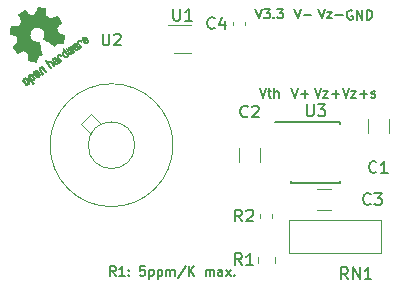
<source format=gbr>
G04 #@! TF.GenerationSoftware,KiCad,Pcbnew,(6.0.0-rc1-dev-1561-g9cac0a38c)*
G04 #@! TF.CreationDate,2019-02-19T07:23:41+01:00
G04 #@! TF.ProjectId,reference_board,72656665-7265-46e6-9365-5f626f617264,v3.1.0*
G04 #@! TF.SameCoordinates,Original*
G04 #@! TF.FileFunction,Legend,Top*
G04 #@! TF.FilePolarity,Positive*
%FSLAX46Y46*%
G04 Gerber Fmt 4.6, Leading zero omitted, Abs format (unit mm)*
G04 Created by KiCad (PCBNEW (6.0.0-rc1-dev-1561-g9cac0a38c)) date 2019-02-19T07:23:41 CET*
%MOMM*%
%LPD*%
G04 APERTURE LIST*
%ADD10C,0.150000*%
%ADD11C,0.120000*%
%ADD12C,0.010000*%
G04 APERTURE END LIST*
D10*
X177590476Y-90161904D02*
X177857142Y-90961904D01*
X178123809Y-90161904D01*
X178314285Y-90428571D02*
X178733333Y-90428571D01*
X178314285Y-90961904D01*
X178733333Y-90961904D01*
X179038095Y-90657142D02*
X179647619Y-90657142D01*
X179342857Y-90961904D02*
X179342857Y-90352380D01*
X179990476Y-90923809D02*
X180066666Y-90961904D01*
X180219047Y-90961904D01*
X180295238Y-90923809D01*
X180333333Y-90847619D01*
X180333333Y-90809523D01*
X180295238Y-90733333D01*
X180219047Y-90695238D01*
X180104761Y-90695238D01*
X180028571Y-90657142D01*
X179990476Y-90580952D01*
X179990476Y-90542857D01*
X180028571Y-90466666D01*
X180104761Y-90428571D01*
X180219047Y-90428571D01*
X180295238Y-90466666D01*
X158345119Y-106061904D02*
X158078452Y-105680952D01*
X157887976Y-106061904D02*
X157887976Y-105261904D01*
X158192738Y-105261904D01*
X158268928Y-105300000D01*
X158307023Y-105338095D01*
X158345119Y-105414285D01*
X158345119Y-105528571D01*
X158307023Y-105604761D01*
X158268928Y-105642857D01*
X158192738Y-105680952D01*
X157887976Y-105680952D01*
X159107023Y-106061904D02*
X158649880Y-106061904D01*
X158878452Y-106061904D02*
X158878452Y-105261904D01*
X158802261Y-105376190D01*
X158726071Y-105452380D01*
X158649880Y-105490476D01*
X159449880Y-105985714D02*
X159487976Y-106023809D01*
X159449880Y-106061904D01*
X159411785Y-106023809D01*
X159449880Y-105985714D01*
X159449880Y-106061904D01*
X159449880Y-105566666D02*
X159487976Y-105604761D01*
X159449880Y-105642857D01*
X159411785Y-105604761D01*
X159449880Y-105566666D01*
X159449880Y-105642857D01*
X160821309Y-105261904D02*
X160440357Y-105261904D01*
X160402261Y-105642857D01*
X160440357Y-105604761D01*
X160516547Y-105566666D01*
X160707023Y-105566666D01*
X160783214Y-105604761D01*
X160821309Y-105642857D01*
X160859404Y-105719047D01*
X160859404Y-105909523D01*
X160821309Y-105985714D01*
X160783214Y-106023809D01*
X160707023Y-106061904D01*
X160516547Y-106061904D01*
X160440357Y-106023809D01*
X160402261Y-105985714D01*
X161202261Y-105528571D02*
X161202261Y-106328571D01*
X161202261Y-105566666D02*
X161278452Y-105528571D01*
X161430833Y-105528571D01*
X161507023Y-105566666D01*
X161545119Y-105604761D01*
X161583214Y-105680952D01*
X161583214Y-105909523D01*
X161545119Y-105985714D01*
X161507023Y-106023809D01*
X161430833Y-106061904D01*
X161278452Y-106061904D01*
X161202261Y-106023809D01*
X161926071Y-105528571D02*
X161926071Y-106328571D01*
X161926071Y-105566666D02*
X162002261Y-105528571D01*
X162154642Y-105528571D01*
X162230833Y-105566666D01*
X162268928Y-105604761D01*
X162307023Y-105680952D01*
X162307023Y-105909523D01*
X162268928Y-105985714D01*
X162230833Y-106023809D01*
X162154642Y-106061904D01*
X162002261Y-106061904D01*
X161926071Y-106023809D01*
X162649880Y-106061904D02*
X162649880Y-105528571D01*
X162649880Y-105604761D02*
X162687976Y-105566666D01*
X162764166Y-105528571D01*
X162878452Y-105528571D01*
X162954642Y-105566666D01*
X162992738Y-105642857D01*
X162992738Y-106061904D01*
X162992738Y-105642857D02*
X163030833Y-105566666D01*
X163107023Y-105528571D01*
X163221309Y-105528571D01*
X163297500Y-105566666D01*
X163335595Y-105642857D01*
X163335595Y-106061904D01*
X164287976Y-105223809D02*
X163602261Y-106252380D01*
X164554642Y-106061904D02*
X164554642Y-105261904D01*
X165011785Y-106061904D02*
X164668928Y-105604761D01*
X165011785Y-105261904D02*
X164554642Y-105719047D01*
X165964166Y-106061904D02*
X165964166Y-105528571D01*
X165964166Y-105604761D02*
X166002261Y-105566666D01*
X166078452Y-105528571D01*
X166192738Y-105528571D01*
X166268928Y-105566666D01*
X166307023Y-105642857D01*
X166307023Y-106061904D01*
X166307023Y-105642857D02*
X166345119Y-105566666D01*
X166421309Y-105528571D01*
X166535595Y-105528571D01*
X166611785Y-105566666D01*
X166649880Y-105642857D01*
X166649880Y-106061904D01*
X167373690Y-106061904D02*
X167373690Y-105642857D01*
X167335595Y-105566666D01*
X167259404Y-105528571D01*
X167107023Y-105528571D01*
X167030833Y-105566666D01*
X167373690Y-106023809D02*
X167297500Y-106061904D01*
X167107023Y-106061904D01*
X167030833Y-106023809D01*
X166992738Y-105947619D01*
X166992738Y-105871428D01*
X167030833Y-105795238D01*
X167107023Y-105757142D01*
X167297500Y-105757142D01*
X167373690Y-105719047D01*
X167678452Y-106061904D02*
X168097500Y-105528571D01*
X167678452Y-105528571D02*
X168097500Y-106061904D01*
X168402261Y-105985714D02*
X168440357Y-106023809D01*
X168402261Y-106061904D01*
X168364166Y-106023809D01*
X168402261Y-105985714D01*
X168402261Y-106061904D01*
X170180952Y-83461904D02*
X170447619Y-84261904D01*
X170714285Y-83461904D01*
X170904761Y-83461904D02*
X171400000Y-83461904D01*
X171133333Y-83766666D01*
X171247619Y-83766666D01*
X171323809Y-83804761D01*
X171361904Y-83842857D01*
X171400000Y-83919047D01*
X171400000Y-84109523D01*
X171361904Y-84185714D01*
X171323809Y-84223809D01*
X171247619Y-84261904D01*
X171019047Y-84261904D01*
X170942857Y-84223809D01*
X170904761Y-84185714D01*
X171742857Y-84185714D02*
X171780952Y-84223809D01*
X171742857Y-84261904D01*
X171704761Y-84223809D01*
X171742857Y-84185714D01*
X171742857Y-84261904D01*
X172047619Y-83461904D02*
X172542857Y-83461904D01*
X172276190Y-83766666D01*
X172390476Y-83766666D01*
X172466666Y-83804761D01*
X172504761Y-83842857D01*
X172542857Y-83919047D01*
X172542857Y-84109523D01*
X172504761Y-84185714D01*
X172466666Y-84223809D01*
X172390476Y-84261904D01*
X172161904Y-84261904D01*
X172085714Y-84223809D01*
X172047619Y-84185714D01*
X170542857Y-90161904D02*
X170809523Y-90961904D01*
X171076190Y-90161904D01*
X171228571Y-90428571D02*
X171533333Y-90428571D01*
X171342857Y-90161904D02*
X171342857Y-90847619D01*
X171380952Y-90923809D01*
X171457142Y-90961904D01*
X171533333Y-90961904D01*
X171800000Y-90961904D02*
X171800000Y-90161904D01*
X172142857Y-90961904D02*
X172142857Y-90542857D01*
X172104761Y-90466666D01*
X172028571Y-90428571D01*
X171914285Y-90428571D01*
X171838095Y-90466666D01*
X171800000Y-90504761D01*
X178390476Y-83600000D02*
X178314285Y-83561904D01*
X178200000Y-83561904D01*
X178085714Y-83600000D01*
X178009523Y-83676190D01*
X177971428Y-83752380D01*
X177933333Y-83904761D01*
X177933333Y-84019047D01*
X177971428Y-84171428D01*
X178009523Y-84247619D01*
X178085714Y-84323809D01*
X178200000Y-84361904D01*
X178276190Y-84361904D01*
X178390476Y-84323809D01*
X178428571Y-84285714D01*
X178428571Y-84019047D01*
X178276190Y-84019047D01*
X178771428Y-84361904D02*
X178771428Y-83561904D01*
X179228571Y-84361904D01*
X179228571Y-83561904D01*
X179609523Y-84361904D02*
X179609523Y-83561904D01*
X179800000Y-83561904D01*
X179914285Y-83600000D01*
X179990476Y-83676190D01*
X180028571Y-83752380D01*
X180066666Y-83904761D01*
X180066666Y-84019047D01*
X180028571Y-84171428D01*
X179990476Y-84247619D01*
X179914285Y-84323809D01*
X179800000Y-84361904D01*
X179609523Y-84361904D01*
X175214285Y-90161904D02*
X175480952Y-90961904D01*
X175747619Y-90161904D01*
X175938095Y-90428571D02*
X176357142Y-90428571D01*
X175938095Y-90961904D01*
X176357142Y-90961904D01*
X176661904Y-90657142D02*
X177271428Y-90657142D01*
X176966666Y-90961904D02*
X176966666Y-90352380D01*
X175514285Y-83461904D02*
X175780952Y-84261904D01*
X176047619Y-83461904D01*
X176238095Y-83728571D02*
X176657142Y-83728571D01*
X176238095Y-84261904D01*
X176657142Y-84261904D01*
X176961904Y-83957142D02*
X177571428Y-83957142D01*
X173238095Y-90161904D02*
X173504761Y-90961904D01*
X173771428Y-90161904D01*
X174038095Y-90657142D02*
X174647619Y-90657142D01*
X174342857Y-90961904D02*
X174342857Y-90352380D01*
X173488095Y-83461904D02*
X173754761Y-84261904D01*
X174021428Y-83461904D01*
X174288095Y-83957142D02*
X174897619Y-83957142D01*
D11*
X168290000Y-84862779D02*
X168290000Y-84537221D01*
X169310000Y-84862779D02*
X169310000Y-84537221D01*
D12*
G36*
X150453394Y-83681463D02*
G01*
X150517980Y-83636765D01*
X150565212Y-83605114D01*
X150598300Y-83584710D01*
X150620455Y-83573754D01*
X150634890Y-83570442D01*
X150644815Y-83572974D01*
X150653441Y-83579547D01*
X150654471Y-83580459D01*
X150672415Y-83597359D01*
X150707321Y-83631053D01*
X150755491Y-83677944D01*
X150813227Y-83734431D01*
X150876834Y-83796916D01*
X150879065Y-83799112D01*
X150941688Y-83860144D01*
X150997712Y-83913581D01*
X151043721Y-83956259D01*
X151076296Y-83985011D01*
X151092023Y-83996673D01*
X151092454Y-83996773D01*
X151112601Y-83993737D01*
X151152084Y-83984541D01*
X151202377Y-83971172D01*
X151202655Y-83971094D01*
X151266343Y-83954742D01*
X151342688Y-83937263D01*
X151415715Y-83922303D01*
X151419207Y-83921647D01*
X151539469Y-83899165D01*
X151644923Y-83619666D01*
X151677458Y-83534190D01*
X151707279Y-83457259D01*
X151732630Y-83393290D01*
X151751755Y-83346702D01*
X151762899Y-83321911D01*
X151764123Y-83319794D01*
X151780658Y-83313825D01*
X151819335Y-83313809D01*
X151881766Y-83319893D01*
X151969562Y-83332223D01*
X152060682Y-83346942D01*
X152149314Y-83362260D01*
X152229275Y-83376879D01*
X152295703Y-83389847D01*
X152343729Y-83400209D01*
X152368491Y-83407011D01*
X152369573Y-83407495D01*
X152378840Y-83417573D01*
X152385963Y-83439639D01*
X152391276Y-83477114D01*
X152395116Y-83533415D01*
X152397820Y-83611961D01*
X152399694Y-83714201D01*
X152401001Y-83804429D01*
X152402298Y-83885268D01*
X152403497Y-83952030D01*
X152404515Y-84000031D01*
X152405266Y-84024582D01*
X152405371Y-84026210D01*
X152418006Y-84041390D01*
X152450158Y-84065578D01*
X152495646Y-84094272D01*
X152510804Y-84102994D01*
X152577778Y-84142239D01*
X152651973Y-84188026D01*
X152714674Y-84228692D01*
X152760715Y-84259222D01*
X152796272Y-84282025D01*
X152815581Y-84293435D01*
X152817428Y-84294062D01*
X152832894Y-84286416D01*
X152869922Y-84269207D01*
X152923550Y-84244670D01*
X152988818Y-84215036D01*
X153060763Y-84182542D01*
X153134422Y-84149418D01*
X153204837Y-84117899D01*
X153267042Y-84090217D01*
X153316078Y-84068606D01*
X153346982Y-84055298D01*
X153354708Y-84052244D01*
X153364279Y-84051357D01*
X153375610Y-84056554D01*
X153391017Y-84070645D01*
X153412816Y-84096443D01*
X153443320Y-84136759D01*
X153484844Y-84194403D01*
X153539703Y-84272189D01*
X153562095Y-84304139D01*
X153744095Y-84564062D01*
X153690302Y-84620088D01*
X153660253Y-84651086D01*
X153615259Y-84697123D01*
X153560799Y-84752612D01*
X153502353Y-84811963D01*
X153486182Y-84828346D01*
X153432690Y-84883745D01*
X153387035Y-84933355D01*
X153352979Y-84972913D01*
X153334280Y-84998149D01*
X153331916Y-85003424D01*
X153333977Y-85027612D01*
X153342999Y-85070961D01*
X153357157Y-85124961D01*
X153360477Y-85136404D01*
X153379781Y-85208247D01*
X153399212Y-85290955D01*
X153414580Y-85366684D01*
X153414644Y-85367040D01*
X153436310Y-85487544D01*
X153717253Y-85594213D01*
X153998196Y-85700880D01*
X153945133Y-86003292D01*
X153928480Y-86093897D01*
X153912160Y-86174918D01*
X153897176Y-86241932D01*
X153884538Y-86290518D01*
X153875251Y-86316259D01*
X153873196Y-86318919D01*
X153853247Y-86323275D01*
X153809198Y-86327395D01*
X153745980Y-86330995D01*
X153668523Y-86333792D01*
X153583841Y-86335481D01*
X153497758Y-86336998D01*
X153421599Y-86339197D01*
X153360151Y-86341868D01*
X153318204Y-86344806D01*
X153300591Y-86347769D01*
X153288196Y-86364376D01*
X153267446Y-86399796D01*
X153242605Y-86446704D01*
X153240043Y-86451778D01*
X153206221Y-86514420D01*
X153179454Y-86552270D01*
X153157319Y-86567972D01*
X153137391Y-86564174D01*
X153137207Y-86564054D01*
X153121538Y-86554003D01*
X153084277Y-86530188D01*
X153028311Y-86494452D01*
X152956525Y-86448634D01*
X152871806Y-86394580D01*
X152777039Y-86334129D01*
X152685277Y-86275607D01*
X152584168Y-86210916D01*
X152490811Y-86150774D01*
X152408045Y-86097041D01*
X152338706Y-86051576D01*
X152285635Y-86016239D01*
X152251670Y-85992893D01*
X152239763Y-85983640D01*
X152239418Y-85963704D01*
X152248206Y-85925393D01*
X152263415Y-85879289D01*
X152301483Y-85740508D01*
X152312031Y-85604599D01*
X152295481Y-85473976D01*
X152252254Y-85351049D01*
X152182771Y-85238230D01*
X152143114Y-85191471D01*
X152045180Y-85105419D01*
X151937479Y-85044283D01*
X151823346Y-85007079D01*
X151706114Y-84992816D01*
X151589115Y-85000509D01*
X151475686Y-85029170D01*
X151369156Y-85077810D01*
X151272863Y-85145444D01*
X151190138Y-85231083D01*
X151124314Y-85333740D01*
X151078726Y-85452428D01*
X151065739Y-85510594D01*
X151055815Y-85643549D01*
X151072382Y-85769647D01*
X151113230Y-85886421D01*
X151176154Y-85991400D01*
X151258947Y-86082115D01*
X151359404Y-86156098D01*
X151475317Y-86210879D01*
X151604482Y-86243990D01*
X151729375Y-86253228D01*
X151779840Y-86254851D01*
X151818169Y-86259823D01*
X151835537Y-86266713D01*
X151840891Y-86283739D01*
X151851676Y-86325820D01*
X151867116Y-86389649D01*
X151886434Y-86471926D01*
X151908854Y-86569345D01*
X151933598Y-86678604D01*
X151957426Y-86785283D01*
X151983481Y-86902645D01*
X152007639Y-87011388D01*
X152029158Y-87108172D01*
X152047295Y-87189657D01*
X152061305Y-87252501D01*
X152070444Y-87293362D01*
X152073894Y-87308594D01*
X152070880Y-87328631D01*
X152048732Y-87344087D01*
X152004162Y-87356321D01*
X151933878Y-87366695D01*
X151933312Y-87366761D01*
X151879972Y-87373969D01*
X151837985Y-87381413D01*
X151815696Y-87387591D01*
X151814867Y-87388084D01*
X151805917Y-87403916D01*
X151788732Y-87442546D01*
X151765147Y-87499545D01*
X151736996Y-87570484D01*
X151706443Y-87650050D01*
X151675184Y-87730838D01*
X151646136Y-87802401D01*
X151621251Y-87860204D01*
X151602477Y-87899711D01*
X151591913Y-87916291D01*
X151572542Y-87917786D01*
X151529147Y-87914440D01*
X151466228Y-87906820D01*
X151388280Y-87895490D01*
X151299803Y-87881014D01*
X151270614Y-87875919D01*
X150968187Y-87822333D01*
X150964449Y-87529031D01*
X150962871Y-87439263D01*
X150960639Y-87359267D01*
X150957949Y-87293633D01*
X150954995Y-87246949D01*
X150951975Y-87223802D01*
X150951389Y-87222414D01*
X150935536Y-87209703D01*
X150900485Y-87186348D01*
X150852176Y-87156215D01*
X150819243Y-87136457D01*
X150756763Y-87098226D01*
X150695284Y-87058452D01*
X150644910Y-87023745D01*
X150630142Y-87012769D01*
X150589891Y-86984023D01*
X150556026Y-86963748D01*
X150540965Y-86957669D01*
X150520186Y-86962043D01*
X150478492Y-86976814D01*
X150421184Y-86999905D01*
X150353556Y-87029240D01*
X150323600Y-87042810D01*
X150247715Y-87077533D01*
X150174849Y-87110726D01*
X150112126Y-87139155D01*
X150066673Y-87159582D01*
X150058089Y-87163392D01*
X149987043Y-87194778D01*
X149805043Y-86934855D01*
X149745337Y-86849289D01*
X149700634Y-86784221D01*
X149669083Y-86736516D01*
X149648833Y-86703037D01*
X149638035Y-86680647D01*
X149634839Y-86666209D01*
X149637393Y-86656588D01*
X149639269Y-86653822D01*
X149652278Y-86639563D01*
X149681534Y-86608801D01*
X149723245Y-86565433D01*
X149773613Y-86513359D01*
X149828844Y-86456479D01*
X149885140Y-86398689D01*
X149938708Y-86343891D01*
X149985750Y-86295981D01*
X150022473Y-86258859D01*
X150045081Y-86236423D01*
X150050265Y-86231651D01*
X150048267Y-86217768D01*
X150040611Y-86182416D01*
X150028771Y-86132269D01*
X150023980Y-86112737D01*
X150006486Y-86036561D01*
X149988908Y-85951177D01*
X149975590Y-85878170D01*
X149964677Y-85822858D01*
X149952790Y-85779452D01*
X149942050Y-85755292D01*
X149939394Y-85752905D01*
X149921216Y-85745589D01*
X149880265Y-85729682D01*
X149820919Y-85706864D01*
X149747558Y-85678819D01*
X149664558Y-85647229D01*
X149648160Y-85641002D01*
X149551467Y-85603793D01*
X149479087Y-85574583D01*
X149427905Y-85551876D01*
X149394803Y-85534178D01*
X149376663Y-85519992D01*
X149370368Y-85507824D01*
X149370357Y-85507727D01*
X149371882Y-85484888D01*
X149378103Y-85438440D01*
X149388254Y-85373285D01*
X149401566Y-85294324D01*
X149417272Y-85206458D01*
X149419085Y-85196609D01*
X149440110Y-85087634D01*
X149457994Y-85005906D01*
X149473150Y-84949856D01*
X149485991Y-84917921D01*
X149495003Y-84908649D01*
X149516257Y-84906685D01*
X149561788Y-84904645D01*
X149626845Y-84902669D01*
X149706676Y-84900894D01*
X149796531Y-84899460D01*
X149817560Y-84899200D01*
X150116270Y-84895700D01*
X150178529Y-84790379D01*
X150217126Y-84727380D01*
X150259701Y-84661390D01*
X150297361Y-84606174D01*
X150299059Y-84603798D01*
X150328851Y-84561085D01*
X150351048Y-84527064D01*
X150360869Y-84509066D01*
X150360880Y-84509027D01*
X150356209Y-84492194D01*
X150341096Y-84453338D01*
X150317346Y-84396749D01*
X150286765Y-84326724D01*
X150251158Y-84247553D01*
X150248123Y-84240902D01*
X150211075Y-84159585D01*
X150177583Y-84085675D01*
X150149764Y-84023876D01*
X150129737Y-83978894D01*
X150119618Y-83955433D01*
X150119473Y-83955069D01*
X150115944Y-83944546D01*
X150116343Y-83934455D01*
X150123462Y-83922395D01*
X150140093Y-83905965D01*
X150169025Y-83882762D01*
X150213051Y-83850384D01*
X150274961Y-83806432D01*
X150357545Y-83748502D01*
X150368240Y-83741013D01*
X150453394Y-83681463D01*
X150453394Y-83681463D01*
G37*
X150453394Y-83681463D02*
X150517980Y-83636765D01*
X150565212Y-83605114D01*
X150598300Y-83584710D01*
X150620455Y-83573754D01*
X150634890Y-83570442D01*
X150644815Y-83572974D01*
X150653441Y-83579547D01*
X150654471Y-83580459D01*
X150672415Y-83597359D01*
X150707321Y-83631053D01*
X150755491Y-83677944D01*
X150813227Y-83734431D01*
X150876834Y-83796916D01*
X150879065Y-83799112D01*
X150941688Y-83860144D01*
X150997712Y-83913581D01*
X151043721Y-83956259D01*
X151076296Y-83985011D01*
X151092023Y-83996673D01*
X151092454Y-83996773D01*
X151112601Y-83993737D01*
X151152084Y-83984541D01*
X151202377Y-83971172D01*
X151202655Y-83971094D01*
X151266343Y-83954742D01*
X151342688Y-83937263D01*
X151415715Y-83922303D01*
X151419207Y-83921647D01*
X151539469Y-83899165D01*
X151644923Y-83619666D01*
X151677458Y-83534190D01*
X151707279Y-83457259D01*
X151732630Y-83393290D01*
X151751755Y-83346702D01*
X151762899Y-83321911D01*
X151764123Y-83319794D01*
X151780658Y-83313825D01*
X151819335Y-83313809D01*
X151881766Y-83319893D01*
X151969562Y-83332223D01*
X152060682Y-83346942D01*
X152149314Y-83362260D01*
X152229275Y-83376879D01*
X152295703Y-83389847D01*
X152343729Y-83400209D01*
X152368491Y-83407011D01*
X152369573Y-83407495D01*
X152378840Y-83417573D01*
X152385963Y-83439639D01*
X152391276Y-83477114D01*
X152395116Y-83533415D01*
X152397820Y-83611961D01*
X152399694Y-83714201D01*
X152401001Y-83804429D01*
X152402298Y-83885268D01*
X152403497Y-83952030D01*
X152404515Y-84000031D01*
X152405266Y-84024582D01*
X152405371Y-84026210D01*
X152418006Y-84041390D01*
X152450158Y-84065578D01*
X152495646Y-84094272D01*
X152510804Y-84102994D01*
X152577778Y-84142239D01*
X152651973Y-84188026D01*
X152714674Y-84228692D01*
X152760715Y-84259222D01*
X152796272Y-84282025D01*
X152815581Y-84293435D01*
X152817428Y-84294062D01*
X152832894Y-84286416D01*
X152869922Y-84269207D01*
X152923550Y-84244670D01*
X152988818Y-84215036D01*
X153060763Y-84182542D01*
X153134422Y-84149418D01*
X153204837Y-84117899D01*
X153267042Y-84090217D01*
X153316078Y-84068606D01*
X153346982Y-84055298D01*
X153354708Y-84052244D01*
X153364279Y-84051357D01*
X153375610Y-84056554D01*
X153391017Y-84070645D01*
X153412816Y-84096443D01*
X153443320Y-84136759D01*
X153484844Y-84194403D01*
X153539703Y-84272189D01*
X153562095Y-84304139D01*
X153744095Y-84564062D01*
X153690302Y-84620088D01*
X153660253Y-84651086D01*
X153615259Y-84697123D01*
X153560799Y-84752612D01*
X153502353Y-84811963D01*
X153486182Y-84828346D01*
X153432690Y-84883745D01*
X153387035Y-84933355D01*
X153352979Y-84972913D01*
X153334280Y-84998149D01*
X153331916Y-85003424D01*
X153333977Y-85027612D01*
X153342999Y-85070961D01*
X153357157Y-85124961D01*
X153360477Y-85136404D01*
X153379781Y-85208247D01*
X153399212Y-85290955D01*
X153414580Y-85366684D01*
X153414644Y-85367040D01*
X153436310Y-85487544D01*
X153717253Y-85594213D01*
X153998196Y-85700880D01*
X153945133Y-86003292D01*
X153928480Y-86093897D01*
X153912160Y-86174918D01*
X153897176Y-86241932D01*
X153884538Y-86290518D01*
X153875251Y-86316259D01*
X153873196Y-86318919D01*
X153853247Y-86323275D01*
X153809198Y-86327395D01*
X153745980Y-86330995D01*
X153668523Y-86333792D01*
X153583841Y-86335481D01*
X153497758Y-86336998D01*
X153421599Y-86339197D01*
X153360151Y-86341868D01*
X153318204Y-86344806D01*
X153300591Y-86347769D01*
X153288196Y-86364376D01*
X153267446Y-86399796D01*
X153242605Y-86446704D01*
X153240043Y-86451778D01*
X153206221Y-86514420D01*
X153179454Y-86552270D01*
X153157319Y-86567972D01*
X153137391Y-86564174D01*
X153137207Y-86564054D01*
X153121538Y-86554003D01*
X153084277Y-86530188D01*
X153028311Y-86494452D01*
X152956525Y-86448634D01*
X152871806Y-86394580D01*
X152777039Y-86334129D01*
X152685277Y-86275607D01*
X152584168Y-86210916D01*
X152490811Y-86150774D01*
X152408045Y-86097041D01*
X152338706Y-86051576D01*
X152285635Y-86016239D01*
X152251670Y-85992893D01*
X152239763Y-85983640D01*
X152239418Y-85963704D01*
X152248206Y-85925393D01*
X152263415Y-85879289D01*
X152301483Y-85740508D01*
X152312031Y-85604599D01*
X152295481Y-85473976D01*
X152252254Y-85351049D01*
X152182771Y-85238230D01*
X152143114Y-85191471D01*
X152045180Y-85105419D01*
X151937479Y-85044283D01*
X151823346Y-85007079D01*
X151706114Y-84992816D01*
X151589115Y-85000509D01*
X151475686Y-85029170D01*
X151369156Y-85077810D01*
X151272863Y-85145444D01*
X151190138Y-85231083D01*
X151124314Y-85333740D01*
X151078726Y-85452428D01*
X151065739Y-85510594D01*
X151055815Y-85643549D01*
X151072382Y-85769647D01*
X151113230Y-85886421D01*
X151176154Y-85991400D01*
X151258947Y-86082115D01*
X151359404Y-86156098D01*
X151475317Y-86210879D01*
X151604482Y-86243990D01*
X151729375Y-86253228D01*
X151779840Y-86254851D01*
X151818169Y-86259823D01*
X151835537Y-86266713D01*
X151840891Y-86283739D01*
X151851676Y-86325820D01*
X151867116Y-86389649D01*
X151886434Y-86471926D01*
X151908854Y-86569345D01*
X151933598Y-86678604D01*
X151957426Y-86785283D01*
X151983481Y-86902645D01*
X152007639Y-87011388D01*
X152029158Y-87108172D01*
X152047295Y-87189657D01*
X152061305Y-87252501D01*
X152070444Y-87293362D01*
X152073894Y-87308594D01*
X152070880Y-87328631D01*
X152048732Y-87344087D01*
X152004162Y-87356321D01*
X151933878Y-87366695D01*
X151933312Y-87366761D01*
X151879972Y-87373969D01*
X151837985Y-87381413D01*
X151815696Y-87387591D01*
X151814867Y-87388084D01*
X151805917Y-87403916D01*
X151788732Y-87442546D01*
X151765147Y-87499545D01*
X151736996Y-87570484D01*
X151706443Y-87650050D01*
X151675184Y-87730838D01*
X151646136Y-87802401D01*
X151621251Y-87860204D01*
X151602477Y-87899711D01*
X151591913Y-87916291D01*
X151572542Y-87917786D01*
X151529147Y-87914440D01*
X151466228Y-87906820D01*
X151388280Y-87895490D01*
X151299803Y-87881014D01*
X151270614Y-87875919D01*
X150968187Y-87822333D01*
X150964449Y-87529031D01*
X150962871Y-87439263D01*
X150960639Y-87359267D01*
X150957949Y-87293633D01*
X150954995Y-87246949D01*
X150951975Y-87223802D01*
X150951389Y-87222414D01*
X150935536Y-87209703D01*
X150900485Y-87186348D01*
X150852176Y-87156215D01*
X150819243Y-87136457D01*
X150756763Y-87098226D01*
X150695284Y-87058452D01*
X150644910Y-87023745D01*
X150630142Y-87012769D01*
X150589891Y-86984023D01*
X150556026Y-86963748D01*
X150540965Y-86957669D01*
X150520186Y-86962043D01*
X150478492Y-86976814D01*
X150421184Y-86999905D01*
X150353556Y-87029240D01*
X150323600Y-87042810D01*
X150247715Y-87077533D01*
X150174849Y-87110726D01*
X150112126Y-87139155D01*
X150066673Y-87159582D01*
X150058089Y-87163392D01*
X149987043Y-87194778D01*
X149805043Y-86934855D01*
X149745337Y-86849289D01*
X149700634Y-86784221D01*
X149669083Y-86736516D01*
X149648833Y-86703037D01*
X149638035Y-86680647D01*
X149634839Y-86666209D01*
X149637393Y-86656588D01*
X149639269Y-86653822D01*
X149652278Y-86639563D01*
X149681534Y-86608801D01*
X149723245Y-86565433D01*
X149773613Y-86513359D01*
X149828844Y-86456479D01*
X149885140Y-86398689D01*
X149938708Y-86343891D01*
X149985750Y-86295981D01*
X150022473Y-86258859D01*
X150045081Y-86236423D01*
X150050265Y-86231651D01*
X150048267Y-86217768D01*
X150040611Y-86182416D01*
X150028771Y-86132269D01*
X150023980Y-86112737D01*
X150006486Y-86036561D01*
X149988908Y-85951177D01*
X149975590Y-85878170D01*
X149964677Y-85822858D01*
X149952790Y-85779452D01*
X149942050Y-85755292D01*
X149939394Y-85752905D01*
X149921216Y-85745589D01*
X149880265Y-85729682D01*
X149820919Y-85706864D01*
X149747558Y-85678819D01*
X149664558Y-85647229D01*
X149648160Y-85641002D01*
X149551467Y-85603793D01*
X149479087Y-85574583D01*
X149427905Y-85551876D01*
X149394803Y-85534178D01*
X149376663Y-85519992D01*
X149370368Y-85507824D01*
X149370357Y-85507727D01*
X149371882Y-85484888D01*
X149378103Y-85438440D01*
X149388254Y-85373285D01*
X149401566Y-85294324D01*
X149417272Y-85206458D01*
X149419085Y-85196609D01*
X149440110Y-85087634D01*
X149457994Y-85005906D01*
X149473150Y-84949856D01*
X149485991Y-84917921D01*
X149495003Y-84908649D01*
X149516257Y-84906685D01*
X149561788Y-84904645D01*
X149626845Y-84902669D01*
X149706676Y-84900894D01*
X149796531Y-84899460D01*
X149817560Y-84899200D01*
X150116270Y-84895700D01*
X150178529Y-84790379D01*
X150217126Y-84727380D01*
X150259701Y-84661390D01*
X150297361Y-84606174D01*
X150299059Y-84603798D01*
X150328851Y-84561085D01*
X150351048Y-84527064D01*
X150360869Y-84509066D01*
X150360880Y-84509027D01*
X150356209Y-84492194D01*
X150341096Y-84453338D01*
X150317346Y-84396749D01*
X150286765Y-84326724D01*
X150251158Y-84247553D01*
X150248123Y-84240902D01*
X150211075Y-84159585D01*
X150177583Y-84085675D01*
X150149764Y-84023876D01*
X150129737Y-83978894D01*
X150119618Y-83955433D01*
X150119473Y-83955069D01*
X150115944Y-83944546D01*
X150116343Y-83934455D01*
X150123462Y-83922395D01*
X150140093Y-83905965D01*
X150169025Y-83882762D01*
X150213051Y-83850384D01*
X150274961Y-83806432D01*
X150357545Y-83748502D01*
X150368240Y-83741013D01*
X150453394Y-83681463D01*
G36*
X155661479Y-85802416D02*
G01*
X155730047Y-85800222D01*
X155772007Y-85811858D01*
X155824952Y-85849214D01*
X155854051Y-85887733D01*
X155887817Y-85942839D01*
X155803301Y-86081513D01*
X155763128Y-86150255D01*
X155739761Y-86199287D01*
X155732924Y-86232372D01*
X155742345Y-86253271D01*
X155767746Y-86265745D01*
X155789502Y-86270570D01*
X155840496Y-86267030D01*
X155880582Y-86241215D01*
X155904646Y-86199296D01*
X155907579Y-86147443D01*
X155904026Y-86132345D01*
X155900778Y-86079696D01*
X155915732Y-86045817D01*
X155941921Y-86007455D01*
X155977590Y-86058396D01*
X155998715Y-86095264D01*
X156006856Y-86133128D01*
X156004519Y-86184784D01*
X156003733Y-86191834D01*
X155995901Y-86241819D01*
X155982417Y-86275143D01*
X155956671Y-86304157D01*
X155932738Y-86324513D01*
X155887328Y-86357207D01*
X155849364Y-86372430D01*
X155821087Y-86375366D01*
X155771673Y-86372880D01*
X155730686Y-86361472D01*
X155692973Y-86337438D01*
X155653382Y-86297074D01*
X155606762Y-86236675D01*
X155584342Y-86205150D01*
X155558531Y-86166610D01*
X155630317Y-86116344D01*
X155645420Y-86136141D01*
X155649831Y-86138026D01*
X155660351Y-86123903D01*
X155681418Y-86091269D01*
X155708859Y-86046630D01*
X155714528Y-86037196D01*
X155746581Y-85977031D01*
X155758430Y-85935581D01*
X155749867Y-85910524D01*
X155720687Y-85899535D01*
X155702258Y-85898556D01*
X155646251Y-85910006D01*
X155608196Y-85941240D01*
X155590457Y-85987553D01*
X155595395Y-86044240D01*
X155610349Y-86081508D01*
X155630317Y-86116344D01*
X155558531Y-86166610D01*
X155534043Y-86130045D01*
X155501352Y-86071308D01*
X155484637Y-86023574D01*
X155482272Y-85981470D01*
X155492623Y-85939630D01*
X155498969Y-85924007D01*
X155537978Y-85867579D01*
X155594802Y-85825958D01*
X155661479Y-85802416D01*
X155661479Y-85802416D01*
G37*
X155661479Y-85802416D02*
X155730047Y-85800222D01*
X155772007Y-85811858D01*
X155824952Y-85849214D01*
X155854051Y-85887733D01*
X155887817Y-85942839D01*
X155803301Y-86081513D01*
X155763128Y-86150255D01*
X155739761Y-86199287D01*
X155732924Y-86232372D01*
X155742345Y-86253271D01*
X155767746Y-86265745D01*
X155789502Y-86270570D01*
X155840496Y-86267030D01*
X155880582Y-86241215D01*
X155904646Y-86199296D01*
X155907579Y-86147443D01*
X155904026Y-86132345D01*
X155900778Y-86079696D01*
X155915732Y-86045817D01*
X155941921Y-86007455D01*
X155977590Y-86058396D01*
X155998715Y-86095264D01*
X156006856Y-86133128D01*
X156004519Y-86184784D01*
X156003733Y-86191834D01*
X155995901Y-86241819D01*
X155982417Y-86275143D01*
X155956671Y-86304157D01*
X155932738Y-86324513D01*
X155887328Y-86357207D01*
X155849364Y-86372430D01*
X155821087Y-86375366D01*
X155771673Y-86372880D01*
X155730686Y-86361472D01*
X155692973Y-86337438D01*
X155653382Y-86297074D01*
X155606762Y-86236675D01*
X155584342Y-86205150D01*
X155558531Y-86166610D01*
X155630317Y-86116344D01*
X155645420Y-86136141D01*
X155649831Y-86138026D01*
X155660351Y-86123903D01*
X155681418Y-86091269D01*
X155708859Y-86046630D01*
X155714528Y-86037196D01*
X155746581Y-85977031D01*
X155758430Y-85935581D01*
X155749867Y-85910524D01*
X155720687Y-85899535D01*
X155702258Y-85898556D01*
X155646251Y-85910006D01*
X155608196Y-85941240D01*
X155590457Y-85987553D01*
X155595395Y-86044240D01*
X155610349Y-86081508D01*
X155630317Y-86116344D01*
X155558531Y-86166610D01*
X155534043Y-86130045D01*
X155501352Y-86071308D01*
X155484637Y-86023574D01*
X155482272Y-85981470D01*
X155492623Y-85939630D01*
X155498969Y-85924007D01*
X155537978Y-85867579D01*
X155594802Y-85825958D01*
X155661479Y-85802416D01*
G36*
X155246377Y-86083047D02*
G01*
X155264936Y-86079307D01*
X155317666Y-86082420D01*
X155373869Y-86100953D01*
X155420833Y-86129845D01*
X155438062Y-86148236D01*
X155448251Y-86183620D01*
X155437350Y-86213752D01*
X155420730Y-86239012D01*
X155411368Y-86248077D01*
X155397675Y-86239447D01*
X155368914Y-86219943D01*
X155356051Y-86211037D01*
X155302004Y-86186917D01*
X155251383Y-86191456D01*
X155205540Y-86224507D01*
X155202683Y-86227724D01*
X155186174Y-86256746D01*
X155184001Y-86292310D01*
X155197341Y-86337774D01*
X155227377Y-86396494D01*
X155275286Y-86471827D01*
X155302202Y-86510915D01*
X155344960Y-86572301D01*
X155373222Y-86614769D01*
X155389175Y-86643154D01*
X155395008Y-86662294D01*
X155392908Y-86677024D01*
X155385062Y-86692181D01*
X155384575Y-86693008D01*
X155367784Y-86719794D01*
X155358568Y-86731781D01*
X155348891Y-86721826D01*
X155325608Y-86691881D01*
X155291612Y-86645845D01*
X155249798Y-86587608D01*
X155219569Y-86544731D01*
X155162047Y-86461077D01*
X155120640Y-86396053D01*
X155093734Y-86345297D01*
X155079718Y-86304453D01*
X155076980Y-86269157D01*
X155083909Y-86235053D01*
X155094729Y-86207059D01*
X155131049Y-86154455D01*
X155185297Y-86110341D01*
X155246377Y-86083047D01*
X155246377Y-86083047D01*
G37*
X155246377Y-86083047D02*
X155264936Y-86079307D01*
X155317666Y-86082420D01*
X155373869Y-86100953D01*
X155420833Y-86129845D01*
X155438062Y-86148236D01*
X155448251Y-86183620D01*
X155437350Y-86213752D01*
X155420730Y-86239012D01*
X155411368Y-86248077D01*
X155397675Y-86239447D01*
X155368914Y-86219943D01*
X155356051Y-86211037D01*
X155302004Y-86186917D01*
X155251383Y-86191456D01*
X155205540Y-86224507D01*
X155202683Y-86227724D01*
X155186174Y-86256746D01*
X155184001Y-86292310D01*
X155197341Y-86337774D01*
X155227377Y-86396494D01*
X155275286Y-86471827D01*
X155302202Y-86510915D01*
X155344960Y-86572301D01*
X155373222Y-86614769D01*
X155389175Y-86643154D01*
X155395008Y-86662294D01*
X155392908Y-86677024D01*
X155385062Y-86692181D01*
X155384575Y-86693008D01*
X155367784Y-86719794D01*
X155358568Y-86731781D01*
X155348891Y-86721826D01*
X155325608Y-86691881D01*
X155291612Y-86645845D01*
X155249798Y-86587608D01*
X155219569Y-86544731D01*
X155162047Y-86461077D01*
X155120640Y-86396053D01*
X155093734Y-86345297D01*
X155079718Y-86304453D01*
X155076980Y-86269157D01*
X155083909Y-86235053D01*
X155094729Y-86207059D01*
X155131049Y-86154455D01*
X155185297Y-86110341D01*
X155246377Y-86083047D01*
G36*
X154829087Y-86372285D02*
G01*
X154874224Y-86363886D01*
X154914305Y-86363940D01*
X154948765Y-86371252D01*
X154981415Y-86388951D01*
X155016064Y-86420163D01*
X155056524Y-86468018D01*
X155106605Y-86535643D01*
X155138571Y-86580884D01*
X155262523Y-86757906D01*
X155241901Y-86792909D01*
X155225111Y-86819695D01*
X155215894Y-86831682D01*
X155205897Y-86822215D01*
X155183241Y-86793677D01*
X155151680Y-86750939D01*
X155127259Y-86716559D01*
X155091312Y-86667354D01*
X155060889Y-86629654D01*
X155039968Y-86608172D01*
X155033228Y-86605214D01*
X155015849Y-86625224D01*
X154992233Y-86661870D01*
X154966756Y-86706972D01*
X154943795Y-86752347D01*
X154927726Y-86789812D01*
X154922927Y-86811186D01*
X154922966Y-86811353D01*
X154939769Y-86832924D01*
X154964950Y-86847114D01*
X154995054Y-86851882D01*
X155025329Y-86839329D01*
X155047259Y-86822966D01*
X155078640Y-86800252D01*
X155100499Y-86796023D01*
X155124254Y-86808659D01*
X155128109Y-86811479D01*
X155152058Y-86836452D01*
X155152370Y-86861579D01*
X155127819Y-86890848D01*
X155096218Y-86915209D01*
X155029683Y-86945238D01*
X154988156Y-86950666D01*
X154924490Y-86939689D01*
X154872527Y-86907879D01*
X154836883Y-86860779D01*
X154822172Y-86803932D01*
X154827731Y-86757964D01*
X154841951Y-86724450D01*
X154867685Y-86676607D01*
X154899792Y-86623881D01*
X154905341Y-86615374D01*
X154940498Y-86557298D01*
X154955970Y-86516974D01*
X154951628Y-86490698D01*
X154927339Y-86474764D01*
X154900115Y-86468078D01*
X154849466Y-86471837D01*
X154809011Y-86497786D01*
X154784414Y-86539440D01*
X154781343Y-86590317D01*
X154783842Y-86601138D01*
X154785725Y-86646057D01*
X154772886Y-86689373D01*
X154749569Y-86733869D01*
X154712039Y-86680270D01*
X154691259Y-86646015D01*
X154682411Y-86613745D01*
X154683581Y-86571884D01*
X154688364Y-86536925D01*
X154697864Y-86485511D01*
X154710289Y-86452766D01*
X154731237Y-86428453D01*
X154759328Y-86407189D01*
X154829087Y-86372285D01*
X154829087Y-86372285D01*
G37*
X154829087Y-86372285D02*
X154874224Y-86363886D01*
X154914305Y-86363940D01*
X154948765Y-86371252D01*
X154981415Y-86388951D01*
X155016064Y-86420163D01*
X155056524Y-86468018D01*
X155106605Y-86535643D01*
X155138571Y-86580884D01*
X155262523Y-86757906D01*
X155241901Y-86792909D01*
X155225111Y-86819695D01*
X155215894Y-86831682D01*
X155205897Y-86822215D01*
X155183241Y-86793677D01*
X155151680Y-86750939D01*
X155127259Y-86716559D01*
X155091312Y-86667354D01*
X155060889Y-86629654D01*
X155039968Y-86608172D01*
X155033228Y-86605214D01*
X155015849Y-86625224D01*
X154992233Y-86661870D01*
X154966756Y-86706972D01*
X154943795Y-86752347D01*
X154927726Y-86789812D01*
X154922927Y-86811186D01*
X154922966Y-86811353D01*
X154939769Y-86832924D01*
X154964950Y-86847114D01*
X154995054Y-86851882D01*
X155025329Y-86839329D01*
X155047259Y-86822966D01*
X155078640Y-86800252D01*
X155100499Y-86796023D01*
X155124254Y-86808659D01*
X155128109Y-86811479D01*
X155152058Y-86836452D01*
X155152370Y-86861579D01*
X155127819Y-86890848D01*
X155096218Y-86915209D01*
X155029683Y-86945238D01*
X154988156Y-86950666D01*
X154924490Y-86939689D01*
X154872527Y-86907879D01*
X154836883Y-86860779D01*
X154822172Y-86803932D01*
X154827731Y-86757964D01*
X154841951Y-86724450D01*
X154867685Y-86676607D01*
X154899792Y-86623881D01*
X154905341Y-86615374D01*
X154940498Y-86557298D01*
X154955970Y-86516974D01*
X154951628Y-86490698D01*
X154927339Y-86474764D01*
X154900115Y-86468078D01*
X154849466Y-86471837D01*
X154809011Y-86497786D01*
X154784414Y-86539440D01*
X154781343Y-86590317D01*
X154783842Y-86601138D01*
X154785725Y-86646057D01*
X154772886Y-86689373D01*
X154749569Y-86733869D01*
X154712039Y-86680270D01*
X154691259Y-86646015D01*
X154682411Y-86613745D01*
X154683581Y-86571884D01*
X154688364Y-86536925D01*
X154697864Y-86485511D01*
X154710289Y-86452766D01*
X154731237Y-86428453D01*
X154759328Y-86407189D01*
X154829087Y-86372285D01*
G36*
X154531397Y-86583573D02*
G01*
X154555114Y-86613583D01*
X154589824Y-86660128D01*
X154632778Y-86719527D01*
X154677165Y-86782294D01*
X154826375Y-86995389D01*
X154815096Y-87059358D01*
X154805402Y-87100696D01*
X154789217Y-87126024D01*
X154757694Y-87147212D01*
X154744286Y-87154345D01*
X154702611Y-87176967D01*
X154668922Y-87196798D01*
X154660978Y-87202013D01*
X154635813Y-87221905D01*
X154600973Y-87252000D01*
X154587692Y-87263994D01*
X154553921Y-87291808D01*
X154525657Y-87302547D01*
X154488718Y-87300465D01*
X154474215Y-87298045D01*
X154410246Y-87286766D01*
X154131147Y-86888171D01*
X154151769Y-86853169D01*
X154170689Y-86824691D01*
X154183440Y-86810430D01*
X154195269Y-86818999D01*
X154221046Y-86848032D01*
X154258085Y-86894209D01*
X154303693Y-86954206D01*
X154341350Y-87005508D01*
X154488209Y-87208323D01*
X154519399Y-87192464D01*
X154543245Y-87171586D01*
X154549532Y-87153645D01*
X154541174Y-87134187D01*
X154518862Y-87095897D01*
X154485563Y-87043527D01*
X154444246Y-86981830D01*
X154422516Y-86950408D01*
X154296556Y-86770131D01*
X154324859Y-86730861D01*
X154345146Y-86703430D01*
X154356662Y-86689197D01*
X154357051Y-86688866D01*
X154366374Y-86699104D01*
X154389807Y-86729186D01*
X154424532Y-86775373D01*
X154467733Y-86833929D01*
X154507801Y-86888958D01*
X154654661Y-87091772D01*
X154725998Y-87041821D01*
X154598256Y-86852421D01*
X154470515Y-86663020D01*
X154492699Y-86620685D01*
X154509729Y-86590358D01*
X154521002Y-86574112D01*
X154521419Y-86573775D01*
X154531397Y-86583573D01*
X154531397Y-86583573D01*
G37*
X154531397Y-86583573D02*
X154555114Y-86613583D01*
X154589824Y-86660128D01*
X154632778Y-86719527D01*
X154677165Y-86782294D01*
X154826375Y-86995389D01*
X154815096Y-87059358D01*
X154805402Y-87100696D01*
X154789217Y-87126024D01*
X154757694Y-87147212D01*
X154744286Y-87154345D01*
X154702611Y-87176967D01*
X154668922Y-87196798D01*
X154660978Y-87202013D01*
X154635813Y-87221905D01*
X154600973Y-87252000D01*
X154587692Y-87263994D01*
X154553921Y-87291808D01*
X154525657Y-87302547D01*
X154488718Y-87300465D01*
X154474215Y-87298045D01*
X154410246Y-87286766D01*
X154131147Y-86888171D01*
X154151769Y-86853169D01*
X154170689Y-86824691D01*
X154183440Y-86810430D01*
X154195269Y-86818999D01*
X154221046Y-86848032D01*
X154258085Y-86894209D01*
X154303693Y-86954206D01*
X154341350Y-87005508D01*
X154488209Y-87208323D01*
X154519399Y-87192464D01*
X154543245Y-87171586D01*
X154549532Y-87153645D01*
X154541174Y-87134187D01*
X154518862Y-87095897D01*
X154485563Y-87043527D01*
X154444246Y-86981830D01*
X154422516Y-86950408D01*
X154296556Y-86770131D01*
X154324859Y-86730861D01*
X154345146Y-86703430D01*
X154356662Y-86689197D01*
X154357051Y-86688866D01*
X154366374Y-86699104D01*
X154389807Y-86729186D01*
X154424532Y-86775373D01*
X154467733Y-86833929D01*
X154507801Y-86888958D01*
X154654661Y-87091772D01*
X154725998Y-87041821D01*
X154598256Y-86852421D01*
X154470515Y-86663020D01*
X154492699Y-86620685D01*
X154509729Y-86590358D01*
X154521002Y-86574112D01*
X154521419Y-86573775D01*
X154531397Y-86583573D01*
G36*
X154109527Y-87009219D02*
G01*
X154171598Y-87098185D01*
X154218878Y-87166953D01*
X154253414Y-87218968D01*
X154277253Y-87257676D01*
X154292441Y-87286526D01*
X154301024Y-87308965D01*
X154305050Y-87328440D01*
X154306145Y-87340397D01*
X154298129Y-87415016D01*
X154267181Y-87479941D01*
X154217745Y-87530076D01*
X154154272Y-87560326D01*
X154108462Y-87566895D01*
X154052220Y-87562150D01*
X154002697Y-87542933D01*
X153954934Y-87505800D01*
X153903973Y-87447302D01*
X153870558Y-87401604D01*
X153868353Y-87398183D01*
X153951414Y-87340023D01*
X153989148Y-87392834D01*
X154016116Y-87426400D01*
X154037584Y-87445681D01*
X154058816Y-87455635D01*
X154079047Y-87460189D01*
X154134429Y-87457547D01*
X154177113Y-87430747D01*
X154201909Y-87383215D01*
X154203021Y-87378348D01*
X154205975Y-87355012D01*
X154202204Y-87332350D01*
X154188906Y-87304005D01*
X154163275Y-87263617D01*
X154133255Y-87220145D01*
X154094579Y-87166207D01*
X154066661Y-87131705D01*
X154044494Y-87111706D01*
X154023070Y-87101272D01*
X154008955Y-87097646D01*
X153956861Y-87100052D01*
X153913376Y-87126405D01*
X153885932Y-87171643D01*
X153882816Y-87183487D01*
X153879863Y-87207008D01*
X153883740Y-87229857D01*
X153897265Y-87258468D01*
X153923259Y-87299279D01*
X153951414Y-87340023D01*
X153868353Y-87398183D01*
X153821153Y-87324930D01*
X153791634Y-87261998D01*
X153780459Y-87206970D01*
X153786087Y-87154006D01*
X153796605Y-87121516D01*
X153824425Y-87074891D01*
X153865532Y-87033508D01*
X153910831Y-87005162D01*
X153941685Y-86997164D01*
X153953102Y-86993040D01*
X153952689Y-86978893D01*
X153938958Y-86949819D01*
X153914633Y-86907921D01*
X153887478Y-86861302D01*
X153874041Y-86831222D01*
X153872740Y-86809553D01*
X153881995Y-86788160D01*
X153889110Y-86776576D01*
X153916416Y-86733333D01*
X154109527Y-87009219D01*
X154109527Y-87009219D01*
G37*
X154109527Y-87009219D02*
X154171598Y-87098185D01*
X154218878Y-87166953D01*
X154253414Y-87218968D01*
X154277253Y-87257676D01*
X154292441Y-87286526D01*
X154301024Y-87308965D01*
X154305050Y-87328440D01*
X154306145Y-87340397D01*
X154298129Y-87415016D01*
X154267181Y-87479941D01*
X154217745Y-87530076D01*
X154154272Y-87560326D01*
X154108462Y-87566895D01*
X154052220Y-87562150D01*
X154002697Y-87542933D01*
X153954934Y-87505800D01*
X153903973Y-87447302D01*
X153870558Y-87401604D01*
X153868353Y-87398183D01*
X153951414Y-87340023D01*
X153989148Y-87392834D01*
X154016116Y-87426400D01*
X154037584Y-87445681D01*
X154058816Y-87455635D01*
X154079047Y-87460189D01*
X154134429Y-87457547D01*
X154177113Y-87430747D01*
X154201909Y-87383215D01*
X154203021Y-87378348D01*
X154205975Y-87355012D01*
X154202204Y-87332350D01*
X154188906Y-87304005D01*
X154163275Y-87263617D01*
X154133255Y-87220145D01*
X154094579Y-87166207D01*
X154066661Y-87131705D01*
X154044494Y-87111706D01*
X154023070Y-87101272D01*
X154008955Y-87097646D01*
X153956861Y-87100052D01*
X153913376Y-87126405D01*
X153885932Y-87171643D01*
X153882816Y-87183487D01*
X153879863Y-87207008D01*
X153883740Y-87229857D01*
X153897265Y-87258468D01*
X153923259Y-87299279D01*
X153951414Y-87340023D01*
X153868353Y-87398183D01*
X153821153Y-87324930D01*
X153791634Y-87261998D01*
X153780459Y-87206970D01*
X153786087Y-87154006D01*
X153796605Y-87121516D01*
X153824425Y-87074891D01*
X153865532Y-87033508D01*
X153910831Y-87005162D01*
X153941685Y-86997164D01*
X153953102Y-86993040D01*
X153952689Y-86978893D01*
X153938958Y-86949819D01*
X153914633Y-86907921D01*
X153887478Y-86861302D01*
X153874041Y-86831222D01*
X153872740Y-86809553D01*
X153881995Y-86788160D01*
X153889110Y-86776576D01*
X153916416Y-86733333D01*
X154109527Y-87009219D01*
G36*
X153502423Y-87293193D02*
G01*
X153570386Y-87275305D01*
X153638824Y-87279918D01*
X153673312Y-87292749D01*
X153723850Y-87325218D01*
X153746516Y-87358413D01*
X153742439Y-87394266D01*
X153737830Y-87403104D01*
X153714769Y-87436747D01*
X153696688Y-87444925D01*
X153677473Y-87429001D01*
X153669573Y-87418305D01*
X153631616Y-87385182D01*
X153586173Y-87375237D01*
X153540807Y-87386832D01*
X153503083Y-87418323D01*
X153482866Y-87458840D01*
X153478918Y-87476640D01*
X153479683Y-87494346D01*
X153487367Y-87516541D01*
X153504173Y-87547809D01*
X153532309Y-87592734D01*
X153573979Y-87655897D01*
X153587272Y-87675826D01*
X153632645Y-87744077D01*
X153663878Y-87792604D01*
X153682997Y-87825792D01*
X153692034Y-87848026D01*
X153693014Y-87863691D01*
X153687967Y-87877170D01*
X153683809Y-87884476D01*
X153664442Y-87913061D01*
X153651216Y-87927282D01*
X153638294Y-87919768D01*
X153611632Y-87888368D01*
X153570941Y-87832707D01*
X153515933Y-87752406D01*
X153507576Y-87739931D01*
X153458440Y-87665934D01*
X153423372Y-87611334D01*
X153400037Y-87571576D01*
X153386098Y-87542111D01*
X153379216Y-87518385D01*
X153377056Y-87495847D01*
X153376995Y-87485584D01*
X153382984Y-87435791D01*
X153396981Y-87390522D01*
X153399280Y-87385816D01*
X153442774Y-87330917D01*
X153502423Y-87293193D01*
X153502423Y-87293193D01*
G37*
X153502423Y-87293193D02*
X153570386Y-87275305D01*
X153638824Y-87279918D01*
X153673312Y-87292749D01*
X153723850Y-87325218D01*
X153746516Y-87358413D01*
X153742439Y-87394266D01*
X153737830Y-87403104D01*
X153714769Y-87436747D01*
X153696688Y-87444925D01*
X153677473Y-87429001D01*
X153669573Y-87418305D01*
X153631616Y-87385182D01*
X153586173Y-87375237D01*
X153540807Y-87386832D01*
X153503083Y-87418323D01*
X153482866Y-87458840D01*
X153478918Y-87476640D01*
X153479683Y-87494346D01*
X153487367Y-87516541D01*
X153504173Y-87547809D01*
X153532309Y-87592734D01*
X153573979Y-87655897D01*
X153587272Y-87675826D01*
X153632645Y-87744077D01*
X153663878Y-87792604D01*
X153682997Y-87825792D01*
X153692034Y-87848026D01*
X153693014Y-87863691D01*
X153687967Y-87877170D01*
X153683809Y-87884476D01*
X153664442Y-87913061D01*
X153651216Y-87927282D01*
X153638294Y-87919768D01*
X153611632Y-87888368D01*
X153570941Y-87832707D01*
X153515933Y-87752406D01*
X153507576Y-87739931D01*
X153458440Y-87665934D01*
X153423372Y-87611334D01*
X153400037Y-87571576D01*
X153386098Y-87542111D01*
X153379216Y-87518385D01*
X153377056Y-87495847D01*
X153376995Y-87485584D01*
X153382984Y-87435791D01*
X153396981Y-87390522D01*
X153399280Y-87385816D01*
X153442774Y-87330917D01*
X153502423Y-87293193D01*
G36*
X153101586Y-87575343D02*
G01*
X153160286Y-87560022D01*
X153161052Y-87559982D01*
X153204712Y-87561013D01*
X153243336Y-87570900D01*
X153280909Y-87592720D01*
X153321421Y-87629548D01*
X153368859Y-87684458D01*
X153427211Y-87760526D01*
X153435337Y-87771495D01*
X153557656Y-87937037D01*
X153534581Y-87981073D01*
X153517258Y-88012041D01*
X153505649Y-88029098D01*
X153504970Y-88029684D01*
X153494496Y-88020547D01*
X153471448Y-87992254D01*
X153439613Y-87949632D01*
X153414623Y-87914565D01*
X153374609Y-87857432D01*
X153346871Y-87823379D01*
X153325783Y-87812640D01*
X153305713Y-87825448D01*
X153281032Y-87862038D01*
X153246748Y-87921537D01*
X153223127Y-87967556D01*
X153215870Y-87998212D01*
X153223301Y-88020884D01*
X153223941Y-88021815D01*
X153255852Y-88047491D01*
X153295722Y-88045515D01*
X153339851Y-88018372D01*
X153370060Y-87996568D01*
X153392304Y-87994091D01*
X153417119Y-88008174D01*
X153441726Y-88031025D01*
X153444088Y-88052113D01*
X153442484Y-88056490D01*
X153419123Y-88085920D01*
X153378679Y-88116090D01*
X153332062Y-88140068D01*
X153294474Y-88150553D01*
X153228012Y-88144349D01*
X153169824Y-88111676D01*
X153138183Y-88076474D01*
X153117456Y-88039251D01*
X153110571Y-88001841D01*
X153118605Y-87958707D01*
X153142634Y-87904315D01*
X153183734Y-87833129D01*
X153186325Y-87828917D01*
X153223514Y-87765032D01*
X153242853Y-87720452D01*
X153244287Y-87691556D01*
X153227767Y-87674717D01*
X153193238Y-87666313D01*
X153183968Y-87665306D01*
X153131811Y-87672755D01*
X153092496Y-87701508D01*
X153071147Y-87744960D01*
X153072890Y-87796506D01*
X153075615Y-87804957D01*
X153078360Y-87853267D01*
X153063264Y-87888033D01*
X153036263Y-87930917D01*
X153007114Y-87889288D01*
X152976385Y-87820629D01*
X152972074Y-87740934D01*
X152977053Y-87709778D01*
X153001236Y-87657329D01*
X153045658Y-87610149D01*
X153101586Y-87575343D01*
X153101586Y-87575343D01*
G37*
X153101586Y-87575343D02*
X153160286Y-87560022D01*
X153161052Y-87559982D01*
X153204712Y-87561013D01*
X153243336Y-87570900D01*
X153280909Y-87592720D01*
X153321421Y-87629548D01*
X153368859Y-87684458D01*
X153427211Y-87760526D01*
X153435337Y-87771495D01*
X153557656Y-87937037D01*
X153534581Y-87981073D01*
X153517258Y-88012041D01*
X153505649Y-88029098D01*
X153504970Y-88029684D01*
X153494496Y-88020547D01*
X153471448Y-87992254D01*
X153439613Y-87949632D01*
X153414623Y-87914565D01*
X153374609Y-87857432D01*
X153346871Y-87823379D01*
X153325783Y-87812640D01*
X153305713Y-87825448D01*
X153281032Y-87862038D01*
X153246748Y-87921537D01*
X153223127Y-87967556D01*
X153215870Y-87998212D01*
X153223301Y-88020884D01*
X153223941Y-88021815D01*
X153255852Y-88047491D01*
X153295722Y-88045515D01*
X153339851Y-88018372D01*
X153370060Y-87996568D01*
X153392304Y-87994091D01*
X153417119Y-88008174D01*
X153441726Y-88031025D01*
X153444088Y-88052113D01*
X153442484Y-88056490D01*
X153419123Y-88085920D01*
X153378679Y-88116090D01*
X153332062Y-88140068D01*
X153294474Y-88150553D01*
X153228012Y-88144349D01*
X153169824Y-88111676D01*
X153138183Y-88076474D01*
X153117456Y-88039251D01*
X153110571Y-88001841D01*
X153118605Y-87958707D01*
X153142634Y-87904315D01*
X153183734Y-87833129D01*
X153186325Y-87828917D01*
X153223514Y-87765032D01*
X153242853Y-87720452D01*
X153244287Y-87691556D01*
X153227767Y-87674717D01*
X153193238Y-87666313D01*
X153183968Y-87665306D01*
X153131811Y-87672755D01*
X153092496Y-87701508D01*
X153071147Y-87744960D01*
X153072890Y-87796506D01*
X153075615Y-87804957D01*
X153078360Y-87853267D01*
X153063264Y-87888033D01*
X153036263Y-87930917D01*
X153007114Y-87889288D01*
X152976385Y-87820629D01*
X152972074Y-87740934D01*
X152977053Y-87709778D01*
X153001236Y-87657329D01*
X153045658Y-87610149D01*
X153101586Y-87575343D01*
G36*
X152500611Y-87874464D02*
G01*
X152538122Y-87920620D01*
X152562176Y-87946454D01*
X152576468Y-87955062D01*
X152584695Y-87949539D01*
X152586282Y-87946206D01*
X152613725Y-87910901D01*
X152659697Y-87879650D01*
X152713758Y-87858335D01*
X152752765Y-87852420D01*
X152798510Y-87854571D01*
X152838387Y-87865333D01*
X152876378Y-87887884D01*
X152916472Y-87925403D01*
X152962650Y-87981065D01*
X153018900Y-88058049D01*
X153029416Y-88073009D01*
X153147253Y-88241257D01*
X153118950Y-88280527D01*
X153098574Y-88308027D01*
X153086879Y-88322379D01*
X153086476Y-88322717D01*
X153077189Y-88312512D01*
X153054313Y-88282444D01*
X153020788Y-88236514D01*
X152979554Y-88178724D01*
X152954719Y-88143424D01*
X152905742Y-88073830D01*
X152869906Y-88024465D01*
X152843859Y-87991670D01*
X152824242Y-87971792D01*
X152807703Y-87961172D01*
X152790886Y-87956152D01*
X152781513Y-87954627D01*
X152727916Y-87959564D01*
X152684992Y-87987178D01*
X152660041Y-88032214D01*
X152657707Y-88043800D01*
X152656218Y-88063556D01*
X152659516Y-88083443D01*
X152670044Y-88108166D01*
X152690245Y-88142429D01*
X152722561Y-88190935D01*
X152768405Y-88256913D01*
X152885686Y-88424408D01*
X152857383Y-88463678D01*
X152837007Y-88491178D01*
X152825312Y-88505530D01*
X152824909Y-88505868D01*
X152815844Y-88495257D01*
X152792379Y-88463853D01*
X152756699Y-88414688D01*
X152710985Y-88350794D01*
X152657420Y-88275205D01*
X152598188Y-88190953D01*
X152370383Y-87865613D01*
X152397610Y-87822257D01*
X152424839Y-87778901D01*
X152500611Y-87874464D01*
X152500611Y-87874464D01*
G37*
X152500611Y-87874464D02*
X152538122Y-87920620D01*
X152562176Y-87946454D01*
X152576468Y-87955062D01*
X152584695Y-87949539D01*
X152586282Y-87946206D01*
X152613725Y-87910901D01*
X152659697Y-87879650D01*
X152713758Y-87858335D01*
X152752765Y-87852420D01*
X152798510Y-87854571D01*
X152838387Y-87865333D01*
X152876378Y-87887884D01*
X152916472Y-87925403D01*
X152962650Y-87981065D01*
X153018900Y-88058049D01*
X153029416Y-88073009D01*
X153147253Y-88241257D01*
X153118950Y-88280527D01*
X153098574Y-88308027D01*
X153086879Y-88322379D01*
X153086476Y-88322717D01*
X153077189Y-88312512D01*
X153054313Y-88282444D01*
X153020788Y-88236514D01*
X152979554Y-88178724D01*
X152954719Y-88143424D01*
X152905742Y-88073830D01*
X152869906Y-88024465D01*
X152843859Y-87991670D01*
X152824242Y-87971792D01*
X152807703Y-87961172D01*
X152790886Y-87956152D01*
X152781513Y-87954627D01*
X152727916Y-87959564D01*
X152684992Y-87987178D01*
X152660041Y-88032214D01*
X152657707Y-88043800D01*
X152656218Y-88063556D01*
X152659516Y-88083443D01*
X152670044Y-88108166D01*
X152690245Y-88142429D01*
X152722561Y-88190935D01*
X152768405Y-88256913D01*
X152885686Y-88424408D01*
X152857383Y-88463678D01*
X152837007Y-88491178D01*
X152825312Y-88505530D01*
X152824909Y-88505868D01*
X152815844Y-88495257D01*
X152792379Y-88463853D01*
X152756699Y-88414688D01*
X152710985Y-88350794D01*
X152657420Y-88275205D01*
X152598188Y-88190953D01*
X152370383Y-87865613D01*
X152397610Y-87822257D01*
X152424839Y-87778901D01*
X152500611Y-87874464D01*
G36*
X151557275Y-88632597D02*
G01*
X151626230Y-88631308D01*
X151694346Y-88651489D01*
X151756567Y-88694292D01*
X151790814Y-88733885D01*
X151802781Y-88752034D01*
X151808162Y-88768578D01*
X151805270Y-88788799D01*
X151792420Y-88817984D01*
X151767923Y-88861414D01*
X151730094Y-88924374D01*
X151729901Y-88924692D01*
X151695533Y-88983292D01*
X151668453Y-89032919D01*
X151651350Y-89068390D01*
X151646914Y-89084520D01*
X151646960Y-89084593D01*
X151669589Y-89097109D01*
X151706033Y-89102852D01*
X151741591Y-89100474D01*
X151756347Y-89094616D01*
X151783601Y-89060060D01*
X151795124Y-89013243D01*
X151789613Y-88974498D01*
X151788811Y-88943653D01*
X151799341Y-88900512D01*
X151816956Y-88857279D01*
X151837410Y-88826154D01*
X151842904Y-88821383D01*
X151856715Y-88826906D01*
X151875364Y-88852683D01*
X151895063Y-88891254D01*
X151912026Y-88935156D01*
X151922465Y-88976926D01*
X151922722Y-88978651D01*
X151921874Y-89058278D01*
X151897906Y-89128817D01*
X151854399Y-89185667D01*
X151794932Y-89224222D01*
X151723087Y-89239882D01*
X151719472Y-89239977D01*
X151648023Y-89230969D01*
X151583091Y-89199409D01*
X151519598Y-89142586D01*
X151504094Y-89124987D01*
X151437207Y-89037508D01*
X151412310Y-88992307D01*
X151526402Y-88912419D01*
X151546242Y-88937598D01*
X151559707Y-88939571D01*
X151575912Y-88919693D01*
X151598301Y-88883852D01*
X151622041Y-88841952D01*
X151622612Y-88840883D01*
X151641682Y-88803866D01*
X151646378Y-88784786D01*
X151635612Y-88775769D01*
X151612811Y-88769981D01*
X151566014Y-88771268D01*
X151530460Y-88793851D01*
X151510307Y-88830872D01*
X151509715Y-88875476D01*
X151526402Y-88912419D01*
X151412310Y-88992307D01*
X151394492Y-88959955D01*
X151374399Y-88888796D01*
X151374120Y-88829284D01*
X151395901Y-88753697D01*
X151437056Y-88694947D01*
X151492532Y-88654196D01*
X151557275Y-88632597D01*
X151557275Y-88632597D01*
G37*
X151557275Y-88632597D02*
X151626230Y-88631308D01*
X151694346Y-88651489D01*
X151756567Y-88694292D01*
X151790814Y-88733885D01*
X151802781Y-88752034D01*
X151808162Y-88768578D01*
X151805270Y-88788799D01*
X151792420Y-88817984D01*
X151767923Y-88861414D01*
X151730094Y-88924374D01*
X151729901Y-88924692D01*
X151695533Y-88983292D01*
X151668453Y-89032919D01*
X151651350Y-89068390D01*
X151646914Y-89084520D01*
X151646960Y-89084593D01*
X151669589Y-89097109D01*
X151706033Y-89102852D01*
X151741591Y-89100474D01*
X151756347Y-89094616D01*
X151783601Y-89060060D01*
X151795124Y-89013243D01*
X151789613Y-88974498D01*
X151788811Y-88943653D01*
X151799341Y-88900512D01*
X151816956Y-88857279D01*
X151837410Y-88826154D01*
X151842904Y-88821383D01*
X151856715Y-88826906D01*
X151875364Y-88852683D01*
X151895063Y-88891254D01*
X151912026Y-88935156D01*
X151922465Y-88976926D01*
X151922722Y-88978651D01*
X151921874Y-89058278D01*
X151897906Y-89128817D01*
X151854399Y-89185667D01*
X151794932Y-89224222D01*
X151723087Y-89239882D01*
X151719472Y-89239977D01*
X151648023Y-89230969D01*
X151583091Y-89199409D01*
X151519598Y-89142586D01*
X151504094Y-89124987D01*
X151437207Y-89037508D01*
X151412310Y-88992307D01*
X151526402Y-88912419D01*
X151546242Y-88937598D01*
X151559707Y-88939571D01*
X151575912Y-88919693D01*
X151598301Y-88883852D01*
X151622041Y-88841952D01*
X151622612Y-88840883D01*
X151641682Y-88803866D01*
X151646378Y-88784786D01*
X151635612Y-88775769D01*
X151612811Y-88769981D01*
X151566014Y-88771268D01*
X151530460Y-88793851D01*
X151510307Y-88830872D01*
X151509715Y-88875476D01*
X151526402Y-88912419D01*
X151412310Y-88992307D01*
X151394492Y-88959955D01*
X151374399Y-88888796D01*
X151374120Y-88829284D01*
X151395901Y-88753697D01*
X151437056Y-88694947D01*
X151492532Y-88654196D01*
X151557275Y-88632597D01*
G36*
X150628615Y-89271526D02*
G01*
X150704860Y-89261807D01*
X150779006Y-89280167D01*
X150814843Y-89300256D01*
X150858085Y-89337816D01*
X150904177Y-89391257D01*
X150948682Y-89453644D01*
X150987166Y-89518041D01*
X151015189Y-89577514D01*
X151028316Y-89625126D01*
X151028745Y-89634609D01*
X151013685Y-89718181D01*
X150975595Y-89788589D01*
X150917980Y-89841732D01*
X150844343Y-89873504D01*
X150820863Y-89878081D01*
X150768816Y-89877964D01*
X150715437Y-89866864D01*
X150709656Y-89864764D01*
X150683978Y-89853112D01*
X150661324Y-89837300D01*
X150637143Y-89812535D01*
X150606878Y-89774027D01*
X150565978Y-89716987D01*
X150556942Y-89704105D01*
X150554099Y-89699982D01*
X150672963Y-89616752D01*
X150711647Y-89670527D01*
X150739582Y-89704628D01*
X150761591Y-89723878D01*
X150782495Y-89733102D01*
X150791190Y-89734988D01*
X150833876Y-89735402D01*
X150860846Y-89715136D01*
X150876422Y-89677943D01*
X150879894Y-89647450D01*
X150870514Y-89613060D01*
X150845707Y-89565840D01*
X150842548Y-89560520D01*
X150788495Y-89481313D01*
X150737766Y-89429898D01*
X150690746Y-89406538D01*
X150647818Y-89411498D01*
X150636061Y-89418362D01*
X150610110Y-89443416D01*
X150601351Y-89473395D01*
X150610572Y-89512543D01*
X150638562Y-89565101D01*
X150672963Y-89616752D01*
X150554099Y-89699982D01*
X150514488Y-89642534D01*
X150486376Y-89598428D01*
X150469679Y-89565914D01*
X150461475Y-89539125D01*
X150458840Y-89512188D01*
X150458732Y-89506912D01*
X150465282Y-89430192D01*
X150489674Y-89371237D01*
X150535513Y-89322518D01*
X150553349Y-89309216D01*
X150628615Y-89271526D01*
X150628615Y-89271526D01*
G37*
X150628615Y-89271526D02*
X150704860Y-89261807D01*
X150779006Y-89280167D01*
X150814843Y-89300256D01*
X150858085Y-89337816D01*
X150904177Y-89391257D01*
X150948682Y-89453644D01*
X150987166Y-89518041D01*
X151015189Y-89577514D01*
X151028316Y-89625126D01*
X151028745Y-89634609D01*
X151013685Y-89718181D01*
X150975595Y-89788589D01*
X150917980Y-89841732D01*
X150844343Y-89873504D01*
X150820863Y-89878081D01*
X150768816Y-89877964D01*
X150715437Y-89866864D01*
X150709656Y-89864764D01*
X150683978Y-89853112D01*
X150661324Y-89837300D01*
X150637143Y-89812535D01*
X150606878Y-89774027D01*
X150565978Y-89716987D01*
X150556942Y-89704105D01*
X150554099Y-89699982D01*
X150672963Y-89616752D01*
X150711647Y-89670527D01*
X150739582Y-89704628D01*
X150761591Y-89723878D01*
X150782495Y-89733102D01*
X150791190Y-89734988D01*
X150833876Y-89735402D01*
X150860846Y-89715136D01*
X150876422Y-89677943D01*
X150879894Y-89647450D01*
X150870514Y-89613060D01*
X150845707Y-89565840D01*
X150842548Y-89560520D01*
X150788495Y-89481313D01*
X150737766Y-89429898D01*
X150690746Y-89406538D01*
X150647818Y-89411498D01*
X150636061Y-89418362D01*
X150610110Y-89443416D01*
X150601351Y-89473395D01*
X150610572Y-89512543D01*
X150638562Y-89565101D01*
X150672963Y-89616752D01*
X150554099Y-89699982D01*
X150514488Y-89642534D01*
X150486376Y-89598428D01*
X150469679Y-89565914D01*
X150461475Y-89539125D01*
X150458840Y-89512188D01*
X150458732Y-89506912D01*
X150465282Y-89430192D01*
X150489674Y-89371237D01*
X150535513Y-89322518D01*
X150553349Y-89309216D01*
X150628615Y-89271526D01*
G36*
X152004014Y-88315564D02*
G01*
X152057623Y-88310918D01*
X152099491Y-88314249D01*
X152134963Y-88323615D01*
X152167982Y-88342323D01*
X152202488Y-88373681D01*
X152242425Y-88420996D01*
X152291732Y-88487575D01*
X152326088Y-88536197D01*
X152451785Y-88715710D01*
X152417117Y-88773743D01*
X152382447Y-88831776D01*
X152238829Y-88639320D01*
X152184956Y-88567610D01*
X152145058Y-88516115D01*
X152116092Y-88481541D01*
X152095008Y-88460590D01*
X152078760Y-88449966D01*
X152064302Y-88446371D01*
X152060337Y-88446179D01*
X152010490Y-88457892D01*
X151975429Y-88491618D01*
X151963432Y-88524365D01*
X151962003Y-88542617D01*
X151966041Y-88562429D01*
X151977973Y-88588396D01*
X152000226Y-88625111D01*
X152035231Y-88677169D01*
X152072560Y-88730828D01*
X152119566Y-88798026D01*
X152151711Y-88846382D01*
X152170315Y-88881147D01*
X152176704Y-88907577D01*
X152172198Y-88930928D01*
X152158121Y-88956451D01*
X152137134Y-88987425D01*
X152114186Y-89021214D01*
X151970145Y-88807579D01*
X151918376Y-88730455D01*
X151880766Y-88673008D01*
X151855072Y-88630964D01*
X151839055Y-88600046D01*
X151830474Y-88575980D01*
X151827086Y-88554491D01*
X151826627Y-88533759D01*
X151840537Y-88456766D01*
X151877795Y-88391787D01*
X151933816Y-88343245D01*
X152004014Y-88315564D01*
X152004014Y-88315564D01*
G37*
X152004014Y-88315564D02*
X152057623Y-88310918D01*
X152099491Y-88314249D01*
X152134963Y-88323615D01*
X152167982Y-88342323D01*
X152202488Y-88373681D01*
X152242425Y-88420996D01*
X152291732Y-88487575D01*
X152326088Y-88536197D01*
X152451785Y-88715710D01*
X152417117Y-88773743D01*
X152382447Y-88831776D01*
X152238829Y-88639320D01*
X152184956Y-88567610D01*
X152145058Y-88516115D01*
X152116092Y-88481541D01*
X152095008Y-88460590D01*
X152078760Y-88449966D01*
X152064302Y-88446371D01*
X152060337Y-88446179D01*
X152010490Y-88457892D01*
X151975429Y-88491618D01*
X151963432Y-88524365D01*
X151962003Y-88542617D01*
X151966041Y-88562429D01*
X151977973Y-88588396D01*
X152000226Y-88625111D01*
X152035231Y-88677169D01*
X152072560Y-88730828D01*
X152119566Y-88798026D01*
X152151711Y-88846382D01*
X152170315Y-88881147D01*
X152176704Y-88907577D01*
X152172198Y-88930928D01*
X152158121Y-88956451D01*
X152137134Y-88987425D01*
X152114186Y-89021214D01*
X151970145Y-88807579D01*
X151918376Y-88730455D01*
X151880766Y-88673008D01*
X151855072Y-88630964D01*
X151839055Y-88600046D01*
X151830474Y-88575980D01*
X151827086Y-88554491D01*
X151826627Y-88533759D01*
X151840537Y-88456766D01*
X151877795Y-88391787D01*
X151933816Y-88343245D01*
X152004014Y-88315564D01*
G36*
X151085045Y-88949435D02*
G01*
X151146332Y-88940276D01*
X151215629Y-88953906D01*
X151237489Y-88961621D01*
X151263672Y-88973412D01*
X151286849Y-88989901D01*
X151311832Y-89016076D01*
X151343428Y-89056922D01*
X151382929Y-89112396D01*
X151434462Y-89190236D01*
X151467724Y-89252484D01*
X151484420Y-89304608D01*
X151486259Y-89352076D01*
X151474948Y-89400355D01*
X151473847Y-89403515D01*
X151455496Y-89440807D01*
X151425252Y-89474078D01*
X151380962Y-89508071D01*
X151306684Y-89560081D01*
X151357143Y-89632210D01*
X151384571Y-89672853D01*
X151396853Y-89699358D01*
X151395738Y-89721193D01*
X151382977Y-89747825D01*
X151379614Y-89753795D01*
X151363889Y-89781749D01*
X151350578Y-89801771D01*
X151337376Y-89811939D01*
X151321977Y-89810333D01*
X151302075Y-89795031D01*
X151275366Y-89764112D01*
X151239543Y-89715656D01*
X151192300Y-89647740D01*
X151131334Y-89558444D01*
X151113112Y-89531724D01*
X151050349Y-89439584D01*
X151009578Y-89379113D01*
X151123849Y-89299099D01*
X151159993Y-89349352D01*
X151186077Y-89380527D01*
X151207856Y-89397885D01*
X151231087Y-89406688D01*
X151244607Y-89409448D01*
X151293206Y-89411196D01*
X151322719Y-89393443D01*
X151337879Y-89353282D01*
X151338102Y-89352036D01*
X151339190Y-89328441D01*
X151331797Y-89302584D01*
X151312968Y-89267978D01*
X151279748Y-89218130D01*
X151272159Y-89207248D01*
X151222093Y-89141555D01*
X151180397Y-89100910D01*
X151144286Y-89083560D01*
X151110976Y-89087752D01*
X151096014Y-89096300D01*
X151066905Y-89125730D01*
X151058021Y-89161743D01*
X151069857Y-89207963D01*
X151102911Y-89268014D01*
X151123849Y-89299099D01*
X151009578Y-89379113D01*
X151002109Y-89368035D01*
X150966490Y-89313733D01*
X150941589Y-89273335D01*
X150925503Y-89243497D01*
X150916330Y-89220875D01*
X150912167Y-89202128D01*
X150911112Y-89183909D01*
X150911127Y-89176766D01*
X150924126Y-89100282D01*
X150962641Y-89035109D01*
X151022953Y-88982227D01*
X151085045Y-88949435D01*
X151085045Y-88949435D01*
G37*
X151085045Y-88949435D02*
X151146332Y-88940276D01*
X151215629Y-88953906D01*
X151237489Y-88961621D01*
X151263672Y-88973412D01*
X151286849Y-88989901D01*
X151311832Y-89016076D01*
X151343428Y-89056922D01*
X151382929Y-89112396D01*
X151434462Y-89190236D01*
X151467724Y-89252484D01*
X151484420Y-89304608D01*
X151486259Y-89352076D01*
X151474948Y-89400355D01*
X151473847Y-89403515D01*
X151455496Y-89440807D01*
X151425252Y-89474078D01*
X151380962Y-89508071D01*
X151306684Y-89560081D01*
X151357143Y-89632210D01*
X151384571Y-89672853D01*
X151396853Y-89699358D01*
X151395738Y-89721193D01*
X151382977Y-89747825D01*
X151379614Y-89753795D01*
X151363889Y-89781749D01*
X151350578Y-89801771D01*
X151337376Y-89811939D01*
X151321977Y-89810333D01*
X151302075Y-89795031D01*
X151275366Y-89764112D01*
X151239543Y-89715656D01*
X151192300Y-89647740D01*
X151131334Y-89558444D01*
X151113112Y-89531724D01*
X151050349Y-89439584D01*
X151009578Y-89379113D01*
X151123849Y-89299099D01*
X151159993Y-89349352D01*
X151186077Y-89380527D01*
X151207856Y-89397885D01*
X151231087Y-89406688D01*
X151244607Y-89409448D01*
X151293206Y-89411196D01*
X151322719Y-89393443D01*
X151337879Y-89353282D01*
X151338102Y-89352036D01*
X151339190Y-89328441D01*
X151331797Y-89302584D01*
X151312968Y-89267978D01*
X151279748Y-89218130D01*
X151272159Y-89207248D01*
X151222093Y-89141555D01*
X151180397Y-89100910D01*
X151144286Y-89083560D01*
X151110976Y-89087752D01*
X151096014Y-89096300D01*
X151066905Y-89125730D01*
X151058021Y-89161743D01*
X151069857Y-89207963D01*
X151102911Y-89268014D01*
X151123849Y-89299099D01*
X151009578Y-89379113D01*
X151002109Y-89368035D01*
X150966490Y-89313733D01*
X150941589Y-89273335D01*
X150925503Y-89243497D01*
X150916330Y-89220875D01*
X150912167Y-89202128D01*
X150911112Y-89183909D01*
X150911127Y-89176766D01*
X150924126Y-89100282D01*
X150962641Y-89035109D01*
X151022953Y-88982227D01*
X151085045Y-88949435D01*
D11*
X171810000Y-104958578D02*
X171810000Y-104441422D01*
X170390000Y-104958578D02*
X170390000Y-104441422D01*
X159974600Y-95000000D02*
G75*
G03X159974600Y-95000000I-1974600J0D01*
G01*
X156277000Y-92330000D02*
X155427000Y-93180000D01*
X157127000Y-93180000D02*
X156277000Y-92330000D01*
X156277000Y-94030000D02*
X155427000Y-93180000D01*
X163207000Y-95000000D02*
G75*
G03X163207000Y-95000000I-5207000J0D01*
G01*
X173000000Y-101300000D02*
X173000000Y-104100000D01*
X180800000Y-101300000D02*
X173000000Y-101300000D01*
X180800000Y-104100000D02*
X180800000Y-101300000D01*
X173000000Y-104100000D02*
X180800000Y-104100000D01*
X181510000Y-94002064D02*
X181510000Y-92797936D01*
X179690000Y-94002064D02*
X179690000Y-92797936D01*
X170610000Y-96402064D02*
X170610000Y-95197936D01*
X168790000Y-96402064D02*
X168790000Y-95197936D01*
X176602064Y-98690000D02*
X175397936Y-98690000D01*
X176602064Y-100510000D02*
X175397936Y-100510000D01*
X171610000Y-101162779D02*
X171610000Y-100837221D01*
X170590000Y-101162779D02*
X170590000Y-100837221D01*
X163300000Y-87160000D02*
X164700000Y-87160000D01*
X164700000Y-84840000D02*
X162800000Y-84840000D01*
D10*
X173225000Y-93075000D02*
X171825000Y-93075000D01*
X173225000Y-98175000D02*
X177375000Y-98175000D01*
X173225000Y-93025000D02*
X177375000Y-93025000D01*
X173225000Y-98175000D02*
X173225000Y-98030000D01*
X177375000Y-98175000D02*
X177375000Y-98030000D01*
X177375000Y-93025000D02*
X177375000Y-93170000D01*
X173225000Y-93025000D02*
X173225000Y-93075000D01*
X166733333Y-85057142D02*
X166685714Y-85104761D01*
X166542857Y-85152380D01*
X166447619Y-85152380D01*
X166304761Y-85104761D01*
X166209523Y-85009523D01*
X166161904Y-84914285D01*
X166114285Y-84723809D01*
X166114285Y-84580952D01*
X166161904Y-84390476D01*
X166209523Y-84295238D01*
X166304761Y-84200000D01*
X166447619Y-84152380D01*
X166542857Y-84152380D01*
X166685714Y-84200000D01*
X166733333Y-84247619D01*
X167590476Y-84485714D02*
X167590476Y-85152380D01*
X167352380Y-84104761D02*
X167114285Y-84819047D01*
X167733333Y-84819047D01*
X169033333Y-105152380D02*
X168700000Y-104676190D01*
X168461904Y-105152380D02*
X168461904Y-104152380D01*
X168842857Y-104152380D01*
X168938095Y-104200000D01*
X168985714Y-104247619D01*
X169033333Y-104342857D01*
X169033333Y-104485714D01*
X168985714Y-104580952D01*
X168938095Y-104628571D01*
X168842857Y-104676190D01*
X168461904Y-104676190D01*
X169985714Y-105152380D02*
X169414285Y-105152380D01*
X169700000Y-105152380D02*
X169700000Y-104152380D01*
X169604761Y-104295238D01*
X169509523Y-104390476D01*
X169414285Y-104438095D01*
X157238095Y-85552380D02*
X157238095Y-86361904D01*
X157285714Y-86457142D01*
X157333333Y-86504761D01*
X157428571Y-86552380D01*
X157619047Y-86552380D01*
X157714285Y-86504761D01*
X157761904Y-86457142D01*
X157809523Y-86361904D01*
X157809523Y-85552380D01*
X158238095Y-85647619D02*
X158285714Y-85600000D01*
X158380952Y-85552380D01*
X158619047Y-85552380D01*
X158714285Y-85600000D01*
X158761904Y-85647619D01*
X158809523Y-85742857D01*
X158809523Y-85838095D01*
X158761904Y-85980952D01*
X158190476Y-86552380D01*
X158809523Y-86552380D01*
X178009523Y-106352380D02*
X177676190Y-105876190D01*
X177438095Y-106352380D02*
X177438095Y-105352380D01*
X177819047Y-105352380D01*
X177914285Y-105400000D01*
X177961904Y-105447619D01*
X178009523Y-105542857D01*
X178009523Y-105685714D01*
X177961904Y-105780952D01*
X177914285Y-105828571D01*
X177819047Y-105876190D01*
X177438095Y-105876190D01*
X178438095Y-106352380D02*
X178438095Y-105352380D01*
X179009523Y-106352380D01*
X179009523Y-105352380D01*
X180009523Y-106352380D02*
X179438095Y-106352380D01*
X179723809Y-106352380D02*
X179723809Y-105352380D01*
X179628571Y-105495238D01*
X179533333Y-105590476D01*
X179438095Y-105638095D01*
X180433333Y-97257142D02*
X180385714Y-97304761D01*
X180242857Y-97352380D01*
X180147619Y-97352380D01*
X180004761Y-97304761D01*
X179909523Y-97209523D01*
X179861904Y-97114285D01*
X179814285Y-96923809D01*
X179814285Y-96780952D01*
X179861904Y-96590476D01*
X179909523Y-96495238D01*
X180004761Y-96400000D01*
X180147619Y-96352380D01*
X180242857Y-96352380D01*
X180385714Y-96400000D01*
X180433333Y-96447619D01*
X181385714Y-97352380D02*
X180814285Y-97352380D01*
X181100000Y-97352380D02*
X181100000Y-96352380D01*
X181004761Y-96495238D01*
X180909523Y-96590476D01*
X180814285Y-96638095D01*
X169533333Y-92557142D02*
X169485714Y-92604761D01*
X169342857Y-92652380D01*
X169247619Y-92652380D01*
X169104761Y-92604761D01*
X169009523Y-92509523D01*
X168961904Y-92414285D01*
X168914285Y-92223809D01*
X168914285Y-92080952D01*
X168961904Y-91890476D01*
X169009523Y-91795238D01*
X169104761Y-91700000D01*
X169247619Y-91652380D01*
X169342857Y-91652380D01*
X169485714Y-91700000D01*
X169533333Y-91747619D01*
X169914285Y-91747619D02*
X169961904Y-91700000D01*
X170057142Y-91652380D01*
X170295238Y-91652380D01*
X170390476Y-91700000D01*
X170438095Y-91747619D01*
X170485714Y-91842857D01*
X170485714Y-91938095D01*
X170438095Y-92080952D01*
X169866666Y-92652380D01*
X170485714Y-92652380D01*
X179933333Y-99957142D02*
X179885714Y-100004761D01*
X179742857Y-100052380D01*
X179647619Y-100052380D01*
X179504761Y-100004761D01*
X179409523Y-99909523D01*
X179361904Y-99814285D01*
X179314285Y-99623809D01*
X179314285Y-99480952D01*
X179361904Y-99290476D01*
X179409523Y-99195238D01*
X179504761Y-99100000D01*
X179647619Y-99052380D01*
X179742857Y-99052380D01*
X179885714Y-99100000D01*
X179933333Y-99147619D01*
X180266666Y-99052380D02*
X180885714Y-99052380D01*
X180552380Y-99433333D01*
X180695238Y-99433333D01*
X180790476Y-99480952D01*
X180838095Y-99528571D01*
X180885714Y-99623809D01*
X180885714Y-99861904D01*
X180838095Y-99957142D01*
X180790476Y-100004761D01*
X180695238Y-100052380D01*
X180409523Y-100052380D01*
X180314285Y-100004761D01*
X180266666Y-99957142D01*
X169033333Y-101452380D02*
X168700000Y-100976190D01*
X168461904Y-101452380D02*
X168461904Y-100452380D01*
X168842857Y-100452380D01*
X168938095Y-100500000D01*
X168985714Y-100547619D01*
X169033333Y-100642857D01*
X169033333Y-100785714D01*
X168985714Y-100880952D01*
X168938095Y-100928571D01*
X168842857Y-100976190D01*
X168461904Y-100976190D01*
X169414285Y-100547619D02*
X169461904Y-100500000D01*
X169557142Y-100452380D01*
X169795238Y-100452380D01*
X169890476Y-100500000D01*
X169938095Y-100547619D01*
X169985714Y-100642857D01*
X169985714Y-100738095D01*
X169938095Y-100880952D01*
X169366666Y-101452380D01*
X169985714Y-101452380D01*
X163238095Y-83452380D02*
X163238095Y-84261904D01*
X163285714Y-84357142D01*
X163333333Y-84404761D01*
X163428571Y-84452380D01*
X163619047Y-84452380D01*
X163714285Y-84404761D01*
X163761904Y-84357142D01*
X163809523Y-84261904D01*
X163809523Y-83452380D01*
X164809523Y-84452380D02*
X164238095Y-84452380D01*
X164523809Y-84452380D02*
X164523809Y-83452380D01*
X164428571Y-83595238D01*
X164333333Y-83690476D01*
X164238095Y-83738095D01*
X174538095Y-91552380D02*
X174538095Y-92361904D01*
X174585714Y-92457142D01*
X174633333Y-92504761D01*
X174728571Y-92552380D01*
X174919047Y-92552380D01*
X175014285Y-92504761D01*
X175061904Y-92457142D01*
X175109523Y-92361904D01*
X175109523Y-91552380D01*
X175490476Y-91552380D02*
X176109523Y-91552380D01*
X175776190Y-91933333D01*
X175919047Y-91933333D01*
X176014285Y-91980952D01*
X176061904Y-92028571D01*
X176109523Y-92123809D01*
X176109523Y-92361904D01*
X176061904Y-92457142D01*
X176014285Y-92504761D01*
X175919047Y-92552380D01*
X175633333Y-92552380D01*
X175538095Y-92504761D01*
X175490476Y-92457142D01*
M02*

</source>
